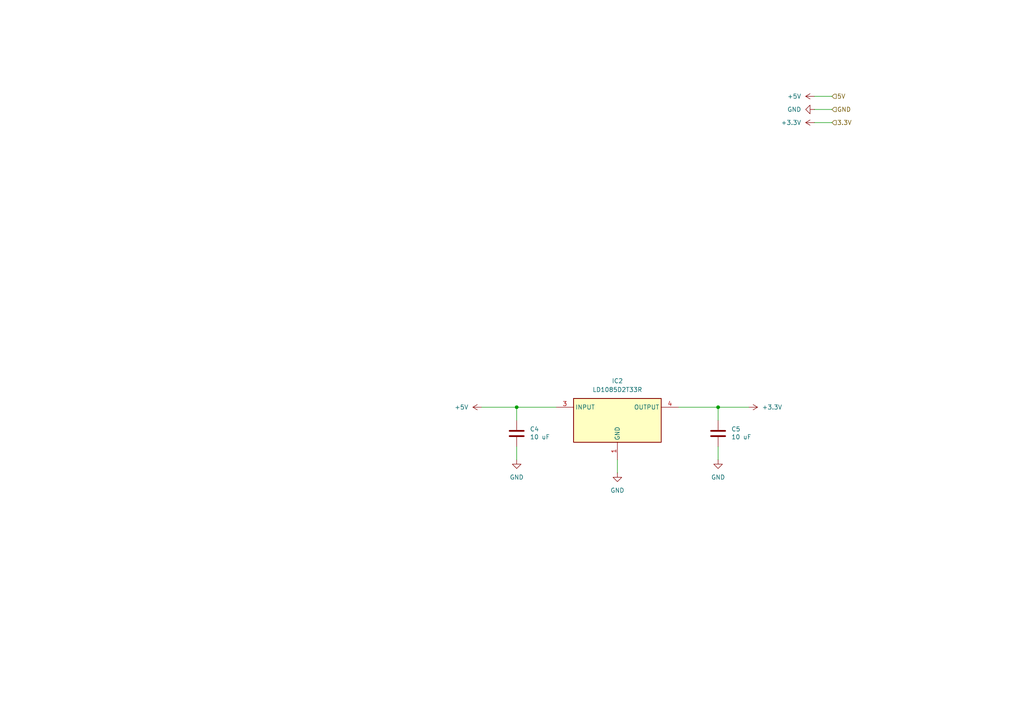
<source format=kicad_sch>
(kicad_sch (version 20231120) (generator "eeschema") (generator_version "8.0")
  (paper "A4")
  (lib_symbols
    (symbol "Device:C" (pin_numbers hide) (pin_names (offset 0.254))
      (property "Reference" "C" (at 0.635 2.54 0))
      (property "Value" "C" (at 0.635 -2.54 0))
      (symbol "C_0_1"
        (polyline (pts (xy -2.032 -0.762) (xy 2.032 -0.762)) (stroke (width 0.508)))
        (polyline (pts (xy -2.032 0.762) (xy 2.032 0.762)) (stroke (width 0.508)))
      )
      (symbol "C_1_1"
        (pin passive line (at 0 3.81 270) (length 2.794) (name "~") (number "1"))
        (pin passive line (at 0 -3.81 90) (length 2.794) (name "~") (number "2"))
      )
    )
    (symbol "LD1085D2T33R:LD1085D2T33R"
      (property "Reference" "IC" (at 31.75 7.62 0))
      (property "Value" "LD1085D2T33R" (at 31.75 5.08 0))
      (symbol "LD1085D2T33R_1_1"
        (rectangle (start 5.08 2.54) (end 30.48 -10.16) (stroke (width 0.254)) (fill (type background)))
        (pin power_in line (at 17.78 -15.24 90) (length 5.08) (name "GND") (number "1"))
        (pin input line (at 0 0 0) (length 5.08) (name "INPUT") (number "3"))
        (pin output line (at 35.56 0 180) (length 5.08) (name "OUTPUT") (number "4"))
      )
    )
    (symbol "power:+3.3V" (power) (pin_numbers hide) (pin_names (offset 0) hide)
      (property "Value" "+3.3V" (at 0 3.556 0))
      (symbol "+3.3V_0_1"
        (polyline (pts (xy -0.762 1.27) (xy 0 2.54)))
        (polyline (pts (xy 0 0) (xy 0 2.54)))
        (polyline (pts (xy 0 2.54) (xy 0.762 1.27)))
      )
      (symbol "+3.3V_1_1"
        (pin power_in line (at 0 0 90) (length 0) (name "~") (number "1"))
      )
    )
    (symbol "power:+5V" (power) (pin_numbers hide) (pin_names (offset 0) hide)
      (property "Value" "+5V" (at 0 3.556 0))
      (symbol "+5V_0_1"
        (polyline (pts (xy -0.762 1.27) (xy 0 2.54)))
        (polyline (pts (xy 0 0) (xy 0 2.54)))
        (polyline (pts (xy 0 2.54) (xy 0.762 1.27)))
      )
      (symbol "+5V_1_1"
        (pin power_in line (at 0 0 90) (length 0) (name "~") (number "1"))
      )
    )
    (symbol "power:GND" (power) (pin_numbers hide) (pin_names (offset 0) hide)
      (property "Value" "GND" (at 0 -3.81 0))
      (symbol "GND_0_1"
        (polyline (pts (xy 0 0) (xy 0 -1.27) (xy 1.27 -1.27) (xy 0 -2.54) (xy -1.27 -1.27) (xy 0 -1.27)))
      )
      (symbol "GND_1_1"
        (pin power_in line (at 0 0 270) (length 0) (name "~") (number "1"))
      )
    )
  )
  (junction (at 149.86 118.11))
  (junction (at 208.28 118.11))
  (wire (pts (xy 208.28 129.54) (xy 208.28 133.35)))
  (wire (pts (xy 236.22 31.75) (xy 241.3 31.75)))
  (wire (pts (xy 236.22 27.94) (xy 241.3 27.94)))
  (wire (pts (xy 208.28 118.11) (xy 208.28 121.92)))
  (wire (pts (xy 208.28 118.11) (xy 217.17 118.11)))
  (wire (pts (xy 161.29 118.11) (xy 149.86 118.11)))
  (wire (pts (xy 149.86 118.11) (xy 149.86 121.92)))
  (wire (pts (xy 196.85 118.11) (xy 208.28 118.11)))
  (wire (pts (xy 236.22 35.56) (xy 241.3 35.56)))
  (wire (pts (xy 149.86 129.54) (xy 149.86 133.35)))
  (wire (pts (xy 149.86 118.11) (xy 139.7 118.11)))
  (wire (pts (xy 179.07 133.35) (xy 179.07 137.16)))
  (hierarchical_label "3.3V" (shape input) (at 241.3 35.56 0))
  (hierarchical_label "GND" (shape input) (at 241.3 31.75 0))
  (hierarchical_label "5V" (shape input) (at 241.3 27.94 0))
  (symbol (lib_id "Device:C") (at 208.28 125.73 0) (unit 1)
    (property "Reference" "C5" (at 212.09 124.4599 0) (effects (justify left)))
    (property "Value" "10 uF" (at 212.09 126.746 0) (effects (justify left)))
    (property "Footprint" "Capacitor_SMD:C_0603_1608Metric_Pad1.08x0.95mm_HandSolder" (effects (hide yes)))
    (property "Description" "Unpolarized capacitor" (effects (hide yes)))
  )
  (symbol (lib_id "power:+3.3V") (at 217.17 118.11 270) (unit 1)
    (property "Reference" "#PWR015" (effects (hide yes)))
    (property "Value" "+3.3V" (at 220.98 118.1099 90) (effects (justify left)))
    (property "Description" "Power symbol creates a global label with name \"+3.3V\"" (effects (hide yes)))
  )
  (symbol (lib_id "power:+5V") (at 139.7 118.11 90) (unit 1)
    (property "Reference" "#PWR09" (effects (hide yes)))
    (property "Value" "+5V" (at 135.89 118.1099 90) (effects (justify left)))
    (property "Description" "Power symbol creates a global label with name \"+5V\"" (effects (hide yes)))
  )
  (symbol (lib_id "power:+5V") (at 236.22 27.94 90) (unit 1)
    (property "Reference" "#PWR011" (effects (hide yes)))
    (property "Value" "+5V" (at 232.41 27.9399 90) (effects (justify left)))
    (property "Description" "Power symbol creates a global label with name \"+5V\"" (effects (hide yes)))
  )
  (symbol (lib_id "Device:C") (at 149.86 125.73 0) (unit 1)
    (property "Reference" "C4" (at 153.67 124.4599 0) (effects (justify left)))
    (property "Value" "10 uF" (at 153.67 126.746 0) (effects (justify left)))
    (property "Footprint" "Capacitor_SMD:C_0603_1608Metric_Pad1.08x0.95mm_HandSolder" (effects (hide yes)))
    (property "Description" "Unpolarized capacitor" (effects (hide yes)))
  )
  (symbol (lib_id "power:GND") (at 149.86 133.35 0) (unit 1)
    (property "Reference" "#PWR010" (effects (hide yes)))
    (property "Value" "GND" (at 149.86 138.43 0))
    (property "Description" "Power symbol creates a global label with name \"GND\" , ground" (effects (hide yes)))
  )
  (symbol (lib_id "power:+3.3V") (at 236.22 35.56 90) (unit 1)
    (property "Reference" "#PWR013" (effects (hide yes)))
    (property "Value" "+3.3V" (at 232.41 35.5599 90) (effects (justify left)))
    (property "Description" "Power symbol creates a global label with name \"+3.3V\"" (effects (hide yes)))
  )
  (symbol (lib_id "power:GND") (at 208.28 133.35 0) (unit 1)
    (property "Reference" "#PWR014" (effects (hide yes)))
    (property "Value" "GND" (at 208.28 138.43 0))
    (property "Description" "Power symbol creates a global label with name \"GND\" , ground" (effects (hide yes)))
  )
  (symbol (lib_id "power:GND") (at 236.22 31.75 270) (unit 1)
    (property "Reference" "#PWR012" (effects (hide yes)))
    (property "Value" "GND" (at 232.41 31.7499 90) (effects (justify right)))
    (property "Description" "Power symbol creates a global label with name \"GND\" , ground" (effects (hide yes)))
  )
  (symbol (lib_id "LD1085D2T33R:LD1085D2T33R") (at 161.29 118.11 0) (unit 1)
    (property "Reference" "IC2" (at 179.07 110.49 0))
    (property "Value" "LD1085D2T33R" (at 179.07 113.03 0))
    (property "Footprint" "LD1085D2T33R" (effects (hide yes)))
    (property "Datasheet" "http://www.st.com/web/en/resource/technical/document/datasheet/CD00001883.pdf" (effects (hide yes)))
    (property "Description" "LD1085D2T33R, Low Dropout Voltage Regulator, 3A, 3.3 V +/-1%, 3-Pin D2PAK" (effects (hide yes)))
    (property "Mouser Part Number" "511-LD1085D2T33-TR" (effects (hide yes)))
    (property "Mouser Price/Stock" "https://www.mouser.co.uk/ProductDetail/STMicroelectronics/LD1085D2T33R?qs=%252BlpsHQzXjw%252B%2FdNCHtZO2HA%3D%3D" (effects (hide yes)))
    (property "Manufacturer_Name" "STMicroelectronics" (effects (hide yes)))
    (property "Manufacturer_Part_Number" "LD1085D2T33R" (effects (hide yes)))
  )
  (symbol (lib_id "power:GND") (at 179.07 137.16 0) (unit 1)
    (property "Reference" "#PWR016" (effects (hide yes)))
    (property "Value" "GND" (at 179.07 142.24 0))
    (property "Description" "Power symbol creates a global label with name \"GND\" , ground" (effects (hide yes)))
  )
)
</source>
